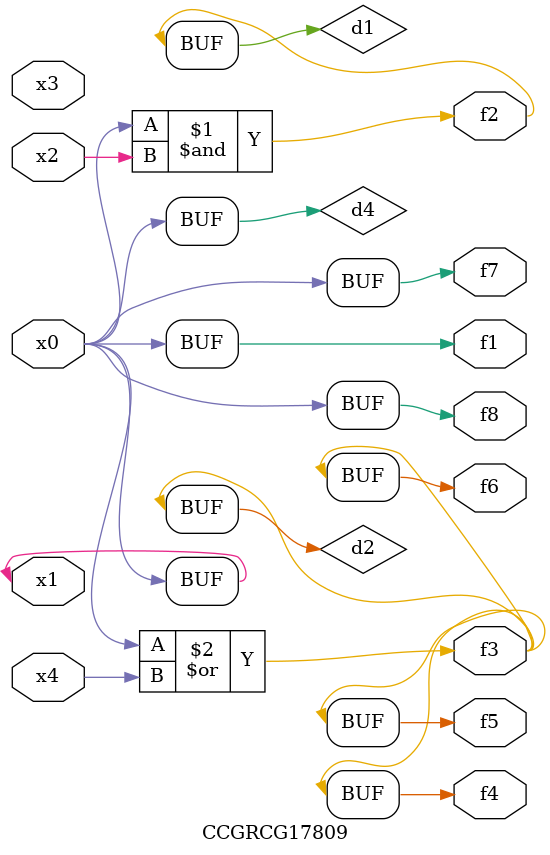
<source format=v>
module CCGRCG17809(
	input x0, x1, x2, x3, x4,
	output f1, f2, f3, f4, f5, f6, f7, f8
);

	wire d1, d2, d3, d4;

	and (d1, x0, x2);
	or (d2, x0, x4);
	nand (d3, x0, x2);
	buf (d4, x0, x1);
	assign f1 = d4;
	assign f2 = d1;
	assign f3 = d2;
	assign f4 = d2;
	assign f5 = d2;
	assign f6 = d2;
	assign f7 = d4;
	assign f8 = d4;
endmodule

</source>
